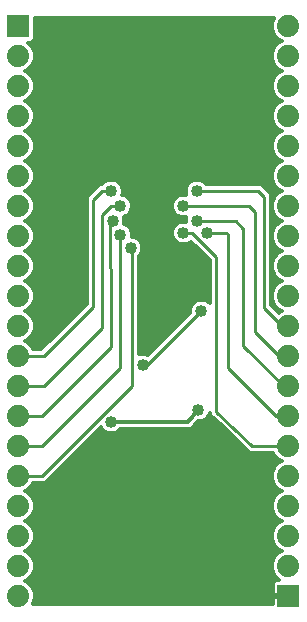
<source format=gbl>
G75*
%MOIN*%
%OFA0B0*%
%FSLAX24Y24*%
%IPPOS*%
%LPD*%
%AMOC8*
5,1,8,0,0,1.08239X$1,22.5*
%
%ADD10R,0.0740X0.0740*%
%ADD11C,0.0740*%
%ADD12C,0.0400*%
%ADD13C,0.0100*%
%ADD14C,0.0120*%
D10*
X016205Y007833D03*
X007205Y026833D03*
D11*
X007205Y007833D03*
X007205Y008833D03*
X007205Y009833D03*
X007205Y010833D03*
X007205Y011833D03*
X007205Y012833D03*
X007205Y013833D03*
X007205Y014833D03*
X007205Y015833D03*
X007205Y016833D03*
X007205Y017833D03*
X007205Y018833D03*
X007205Y019833D03*
X007205Y020833D03*
X007205Y021833D03*
X007205Y022833D03*
X007205Y023833D03*
X007205Y024833D03*
X007205Y025833D03*
X016205Y025833D03*
X016205Y026833D03*
X016205Y024833D03*
X016205Y023833D03*
X016205Y022833D03*
X016205Y021833D03*
X016205Y020833D03*
X016205Y019833D03*
X016205Y018833D03*
X016205Y017833D03*
X016205Y016833D03*
X016205Y015833D03*
X016205Y014833D03*
X016205Y013833D03*
X016205Y012833D03*
X016205Y011833D03*
X016205Y010833D03*
X016205Y009833D03*
X016205Y008833D03*
D12*
X013205Y014033D03*
X011355Y015533D03*
X010305Y013633D03*
X007905Y011333D03*
X013305Y017333D03*
X012955Y019383D03*
X012705Y019933D03*
X013155Y020333D03*
X012705Y020833D03*
X013155Y021333D03*
X013505Y019933D03*
X010955Y019433D03*
X010605Y019883D03*
X010355Y020333D03*
X010605Y020833D03*
X010305Y021333D03*
X009055Y018033D03*
D13*
X009705Y017483D02*
X008055Y015833D01*
X007205Y015833D01*
X007205Y014833D02*
X008055Y014833D01*
X010005Y016783D01*
X010005Y020533D01*
X010305Y020833D01*
X010605Y020833D01*
X010355Y020333D02*
X010255Y020233D01*
X010303Y017280D01*
X010303Y016131D01*
X008005Y013833D01*
X007205Y013833D01*
X007205Y012833D02*
X008005Y012833D01*
X010605Y015433D01*
X010605Y019883D01*
X010955Y019433D02*
X011005Y019383D01*
X011005Y014833D01*
X008005Y011833D01*
X007205Y011833D01*
X011355Y015533D02*
X011505Y015533D01*
X013305Y017333D01*
X014705Y016183D02*
X016055Y014833D01*
X016205Y014833D01*
X016205Y015833D02*
X015905Y015833D01*
X015105Y016633D01*
X015105Y020633D01*
X014905Y020833D01*
X012705Y020833D01*
X013155Y020333D02*
X014455Y020333D01*
X014705Y020083D01*
X014705Y016183D01*
X014205Y015433D02*
X015805Y013833D01*
X016205Y013833D01*
X016205Y012833D02*
X015005Y012833D01*
X013805Y013983D01*
X013805Y019133D01*
X013005Y019933D01*
X012705Y019933D01*
X013505Y019933D02*
X014155Y019933D01*
X014205Y019883D01*
X014205Y015433D01*
X016005Y016833D02*
X015405Y017433D01*
X015405Y021133D01*
X015205Y021333D01*
X013155Y021333D01*
X010305Y021333D02*
X010005Y021333D01*
X009705Y021033D01*
X009705Y017483D01*
X010303Y017280D02*
X010305Y017133D01*
X016005Y016833D02*
X016205Y016833D01*
D14*
X015975Y017333D02*
X015894Y017300D01*
X015879Y017285D01*
X015635Y017529D01*
X015635Y021229D01*
X015500Y021363D01*
X015300Y021563D01*
X013463Y021563D01*
X013370Y021655D01*
X013231Y021713D01*
X013080Y021713D01*
X012940Y021655D01*
X012833Y021549D01*
X012775Y021409D01*
X012775Y021258D01*
X012796Y021207D01*
X012781Y021213D01*
X012630Y021213D01*
X012490Y021155D01*
X012383Y021049D01*
X012325Y020909D01*
X012325Y020758D01*
X012383Y020618D01*
X012490Y020511D01*
X012630Y020453D01*
X012781Y020453D01*
X012796Y020460D01*
X012775Y020409D01*
X012775Y020313D01*
X012630Y020313D01*
X012490Y020255D01*
X012383Y020149D01*
X012325Y020009D01*
X012325Y019858D01*
X012383Y019718D01*
X012490Y019611D01*
X012630Y019553D01*
X012781Y019553D01*
X012920Y019611D01*
X012961Y019652D01*
X013575Y019038D01*
X013575Y017601D01*
X013520Y017655D01*
X013381Y017713D01*
X013230Y017713D01*
X013090Y017655D01*
X012983Y017549D01*
X012925Y017409D01*
X012925Y017279D01*
X011522Y015876D01*
X011431Y015913D01*
X011280Y015913D01*
X011235Y015895D01*
X011235Y019176D01*
X011277Y019218D01*
X011335Y019358D01*
X011335Y019509D01*
X011277Y019649D01*
X011170Y019755D01*
X011031Y019813D01*
X010985Y019813D01*
X010985Y019959D01*
X010927Y020099D01*
X010820Y020205D01*
X010729Y020243D01*
X010735Y020258D01*
X010735Y020409D01*
X010711Y020466D01*
X010820Y020511D01*
X010927Y020618D01*
X010985Y020758D01*
X010985Y020909D01*
X010927Y021049D01*
X010820Y021155D01*
X010681Y021213D01*
X010667Y021213D01*
X010685Y021258D01*
X010685Y021409D01*
X010627Y021549D01*
X010520Y021655D01*
X010381Y021713D01*
X010230Y021713D01*
X010090Y021655D01*
X009998Y021563D01*
X009910Y021563D01*
X009775Y021429D01*
X009475Y021129D01*
X009475Y017579D01*
X007960Y016063D01*
X007705Y016063D01*
X007671Y016145D01*
X007517Y016300D01*
X007435Y016333D01*
X007517Y016367D01*
X007671Y016522D01*
X007755Y016724D01*
X007755Y016943D01*
X007671Y017145D01*
X007517Y017300D01*
X007435Y017333D01*
X007517Y017367D01*
X007671Y017522D01*
X007755Y017724D01*
X007755Y017943D01*
X007671Y018145D01*
X007517Y018300D01*
X007435Y018333D01*
X007517Y018367D01*
X007671Y018522D01*
X007755Y018724D01*
X007755Y018943D01*
X007671Y019145D01*
X007517Y019300D01*
X007435Y019333D01*
X007517Y019367D01*
X007671Y019522D01*
X007755Y019724D01*
X007755Y019943D01*
X007671Y020145D01*
X007517Y020300D01*
X007435Y020333D01*
X007517Y020367D01*
X007671Y020522D01*
X007755Y020724D01*
X007755Y020943D01*
X007671Y021145D01*
X007517Y021300D01*
X007435Y021333D01*
X007517Y021367D01*
X007671Y021522D01*
X007755Y021724D01*
X007755Y021943D01*
X007671Y022145D01*
X007517Y022300D01*
X007435Y022333D01*
X007517Y022367D01*
X007671Y022522D01*
X007755Y022724D01*
X007755Y022943D01*
X007671Y023145D01*
X007517Y023300D01*
X007435Y023333D01*
X007517Y023367D01*
X007671Y023522D01*
X007755Y023724D01*
X007755Y023943D01*
X007671Y024145D01*
X007517Y024300D01*
X007435Y024333D01*
X007517Y024367D01*
X007671Y024522D01*
X007755Y024724D01*
X007755Y024943D01*
X007671Y025145D01*
X007517Y025300D01*
X007435Y025333D01*
X007517Y025367D01*
X007671Y025522D01*
X007755Y025724D01*
X007755Y025943D01*
X007671Y026145D01*
X007533Y026283D01*
X007650Y026283D01*
X007755Y026389D01*
X007755Y027103D01*
X015722Y027103D01*
X015655Y026943D01*
X015655Y026724D01*
X015739Y026522D01*
X015894Y026367D01*
X015975Y026333D01*
X015894Y026300D01*
X015739Y026145D01*
X015655Y025943D01*
X015655Y025724D01*
X015739Y025522D01*
X015894Y025367D01*
X015975Y025333D01*
X015894Y025300D01*
X015739Y025145D01*
X015655Y024943D01*
X015655Y024724D01*
X015739Y024522D01*
X015894Y024367D01*
X015975Y024333D01*
X015894Y024300D01*
X015739Y024145D01*
X015655Y023943D01*
X015655Y023724D01*
X015739Y023522D01*
X015894Y023367D01*
X015975Y023333D01*
X015894Y023300D01*
X015739Y023145D01*
X015655Y022943D01*
X015655Y022724D01*
X015739Y022522D01*
X015894Y022367D01*
X015975Y022333D01*
X015894Y022300D01*
X015739Y022145D01*
X015655Y021943D01*
X015655Y021724D01*
X015739Y021522D01*
X015894Y021367D01*
X015975Y021333D01*
X015894Y021300D01*
X015739Y021145D01*
X015655Y020943D01*
X015655Y020724D01*
X015739Y020522D01*
X015894Y020367D01*
X015975Y020333D01*
X015894Y020300D01*
X015739Y020145D01*
X015655Y019943D01*
X015655Y019724D01*
X015739Y019522D01*
X015894Y019367D01*
X015975Y019333D01*
X015894Y019300D01*
X015739Y019145D01*
X015655Y018943D01*
X015655Y018724D01*
X015739Y018522D01*
X015894Y018367D01*
X015975Y018333D01*
X015894Y018300D01*
X015739Y018145D01*
X015655Y017943D01*
X015655Y017724D01*
X015739Y017522D01*
X015894Y017367D01*
X015975Y017333D01*
X015881Y017287D02*
X015876Y017287D01*
X015855Y017406D02*
X015758Y017406D01*
X015738Y017524D02*
X015639Y017524D01*
X015635Y017643D02*
X015689Y017643D01*
X015655Y017761D02*
X015635Y017761D01*
X015635Y017880D02*
X015655Y017880D01*
X015635Y017998D02*
X015678Y017998D01*
X015635Y018117D02*
X015727Y018117D01*
X015635Y018235D02*
X015829Y018235D01*
X015925Y018354D02*
X015635Y018354D01*
X015635Y018472D02*
X015788Y018472D01*
X015710Y018591D02*
X015635Y018591D01*
X015635Y018709D02*
X015661Y018709D01*
X015655Y018828D02*
X015635Y018828D01*
X015635Y018946D02*
X015657Y018946D01*
X015635Y019065D02*
X015706Y019065D01*
X015635Y019183D02*
X015777Y019183D01*
X015899Y019302D02*
X015635Y019302D01*
X015635Y019420D02*
X015840Y019420D01*
X015732Y019539D02*
X015635Y019539D01*
X015635Y019657D02*
X015683Y019657D01*
X015655Y019776D02*
X015635Y019776D01*
X015635Y019894D02*
X015655Y019894D01*
X015635Y020013D02*
X015684Y020013D01*
X015635Y020131D02*
X015733Y020131D01*
X015635Y020250D02*
X015844Y020250D01*
X015892Y020368D02*
X015635Y020368D01*
X015635Y020487D02*
X015774Y020487D01*
X015704Y020605D02*
X015635Y020605D01*
X015635Y020724D02*
X015655Y020724D01*
X015655Y020842D02*
X015635Y020842D01*
X015635Y020961D02*
X015663Y020961D01*
X015635Y021079D02*
X015712Y021079D01*
X015635Y021198D02*
X015792Y021198D01*
X015934Y021316D02*
X015547Y021316D01*
X015429Y021435D02*
X015826Y021435D01*
X015726Y021553D02*
X015310Y021553D01*
X015677Y021672D02*
X013331Y021672D01*
X012979Y021672D02*
X010481Y021672D01*
X010623Y021553D02*
X012838Y021553D01*
X012786Y021435D02*
X010674Y021435D01*
X010685Y021316D02*
X012775Y021316D01*
X012592Y021198D02*
X010718Y021198D01*
X010897Y021079D02*
X012414Y021079D01*
X012347Y020961D02*
X010964Y020961D01*
X010985Y020842D02*
X012325Y020842D01*
X012339Y020724D02*
X010971Y020724D01*
X010915Y020605D02*
X012396Y020605D01*
X012549Y020487D02*
X010762Y020487D01*
X010735Y020368D02*
X012775Y020368D01*
X012484Y020250D02*
X010732Y020250D01*
X010895Y020131D02*
X012376Y020131D01*
X012327Y020013D02*
X010963Y020013D01*
X010985Y019894D02*
X012325Y019894D01*
X012359Y019776D02*
X011121Y019776D01*
X011269Y019657D02*
X012444Y019657D01*
X013074Y019539D02*
X011323Y019539D01*
X011335Y019420D02*
X013193Y019420D01*
X013311Y019302D02*
X011312Y019302D01*
X011243Y019183D02*
X013430Y019183D01*
X013548Y019065D02*
X011235Y019065D01*
X011235Y018946D02*
X013575Y018946D01*
X013575Y018828D02*
X011235Y018828D01*
X011235Y018709D02*
X013575Y018709D01*
X013575Y018591D02*
X011235Y018591D01*
X011235Y018472D02*
X013575Y018472D01*
X013575Y018354D02*
X011235Y018354D01*
X011235Y018235D02*
X013575Y018235D01*
X013575Y018117D02*
X011235Y018117D01*
X011235Y017998D02*
X013575Y017998D01*
X013575Y017880D02*
X011235Y017880D01*
X011235Y017761D02*
X013575Y017761D01*
X013575Y017643D02*
X013533Y017643D01*
X013077Y017643D02*
X011235Y017643D01*
X011235Y017524D02*
X012973Y017524D01*
X012925Y017406D02*
X011235Y017406D01*
X011235Y017287D02*
X012925Y017287D01*
X012815Y017169D02*
X011235Y017169D01*
X011235Y017050D02*
X012697Y017050D01*
X012578Y016932D02*
X011235Y016932D01*
X011235Y016813D02*
X012460Y016813D01*
X012341Y016695D02*
X011235Y016695D01*
X011235Y016576D02*
X012223Y016576D01*
X012104Y016458D02*
X011235Y016458D01*
X011235Y016339D02*
X011986Y016339D01*
X011867Y016221D02*
X011235Y016221D01*
X011235Y016102D02*
X011749Y016102D01*
X011630Y015984D02*
X011235Y015984D01*
X009421Y017524D02*
X007672Y017524D01*
X007722Y017643D02*
X009475Y017643D01*
X009475Y017761D02*
X007755Y017761D01*
X007755Y017880D02*
X009475Y017880D01*
X009475Y017998D02*
X007732Y017998D01*
X007683Y018117D02*
X009475Y018117D01*
X009475Y018235D02*
X007581Y018235D01*
X007485Y018354D02*
X009475Y018354D01*
X009475Y018472D02*
X007622Y018472D01*
X007700Y018591D02*
X009475Y018591D01*
X009475Y018709D02*
X007749Y018709D01*
X007755Y018828D02*
X009475Y018828D01*
X009475Y018946D02*
X007754Y018946D01*
X007705Y019065D02*
X009475Y019065D01*
X009475Y019183D02*
X007633Y019183D01*
X007511Y019302D02*
X009475Y019302D01*
X009475Y019420D02*
X007570Y019420D01*
X007678Y019539D02*
X009475Y019539D01*
X009475Y019657D02*
X007728Y019657D01*
X007755Y019776D02*
X009475Y019776D01*
X009475Y019894D02*
X007755Y019894D01*
X007726Y020013D02*
X009475Y020013D01*
X009475Y020131D02*
X007677Y020131D01*
X007566Y020250D02*
X009475Y020250D01*
X009475Y020368D02*
X007518Y020368D01*
X007636Y020487D02*
X009475Y020487D01*
X009475Y020605D02*
X007706Y020605D01*
X007755Y020724D02*
X009475Y020724D01*
X009475Y020842D02*
X007755Y020842D01*
X007748Y020961D02*
X009475Y020961D01*
X009475Y021079D02*
X007699Y021079D01*
X007618Y021198D02*
X009544Y021198D01*
X009663Y021316D02*
X007476Y021316D01*
X007584Y021435D02*
X009781Y021435D01*
X009900Y021553D02*
X007684Y021553D01*
X007734Y021672D02*
X010129Y021672D01*
X007755Y021790D02*
X015655Y021790D01*
X015655Y021909D02*
X007755Y021909D01*
X007720Y022027D02*
X015690Y022027D01*
X015740Y022146D02*
X007670Y022146D01*
X007552Y022264D02*
X015858Y022264D01*
X015878Y022383D02*
X007532Y022383D01*
X007651Y022501D02*
X015759Y022501D01*
X015698Y022620D02*
X007712Y022620D01*
X007755Y022738D02*
X015655Y022738D01*
X015655Y022857D02*
X007755Y022857D01*
X007742Y022975D02*
X015669Y022975D01*
X015718Y023094D02*
X007693Y023094D01*
X007604Y023212D02*
X015806Y023212D01*
X015969Y023331D02*
X007441Y023331D01*
X007599Y023449D02*
X015811Y023449D01*
X015720Y023568D02*
X007690Y023568D01*
X007740Y023686D02*
X015671Y023686D01*
X015655Y023805D02*
X007755Y023805D01*
X007755Y023923D02*
X015655Y023923D01*
X015696Y024042D02*
X007714Y024042D01*
X007656Y024160D02*
X015754Y024160D01*
X015873Y024279D02*
X007537Y024279D01*
X007547Y024397D02*
X015863Y024397D01*
X015745Y024516D02*
X007665Y024516D01*
X007718Y024634D02*
X015692Y024634D01*
X015655Y024753D02*
X007755Y024753D01*
X007755Y024871D02*
X015655Y024871D01*
X015675Y024990D02*
X007736Y024990D01*
X007687Y025108D02*
X015724Y025108D01*
X015821Y025227D02*
X007589Y025227D01*
X007464Y025345D02*
X015946Y025345D01*
X015797Y025464D02*
X007613Y025464D01*
X007696Y025582D02*
X015714Y025582D01*
X015665Y025701D02*
X007746Y025701D01*
X007755Y025819D02*
X015655Y025819D01*
X015655Y025938D02*
X007755Y025938D01*
X007708Y026056D02*
X015702Y026056D01*
X015769Y026175D02*
X007641Y026175D01*
X007660Y026293D02*
X015887Y026293D01*
X015849Y026412D02*
X007755Y026412D01*
X007755Y026530D02*
X015735Y026530D01*
X015686Y026649D02*
X007755Y026649D01*
X007755Y026767D02*
X015655Y026767D01*
X015655Y026886D02*
X007755Y026886D01*
X007755Y027004D02*
X015681Y027004D01*
X009302Y017406D02*
X007555Y017406D01*
X007529Y017287D02*
X009184Y017287D01*
X009065Y017169D02*
X007647Y017169D01*
X007711Y017050D02*
X008947Y017050D01*
X008828Y016932D02*
X007755Y016932D01*
X007755Y016813D02*
X008710Y016813D01*
X008591Y016695D02*
X007743Y016695D01*
X007694Y016576D02*
X008473Y016576D01*
X008354Y016458D02*
X007607Y016458D01*
X007450Y016339D02*
X008236Y016339D01*
X008117Y016221D02*
X007595Y016221D01*
X007689Y016102D02*
X007999Y016102D01*
X009963Y013466D02*
X009983Y013418D01*
X010090Y013311D01*
X010230Y013253D01*
X010381Y013253D01*
X010520Y013311D01*
X010603Y013393D01*
X012816Y013393D01*
X012823Y013391D01*
X012863Y013393D01*
X012903Y013393D01*
X012910Y013396D01*
X012919Y013397D01*
X012954Y013415D01*
X012991Y013430D01*
X012997Y013436D01*
X013004Y013439D01*
X013030Y013469D01*
X013059Y013497D01*
X013062Y013505D01*
X013192Y013653D01*
X013281Y013653D01*
X013420Y013711D01*
X013527Y013818D01*
X013575Y013934D01*
X013575Y013888D01*
X013577Y013886D01*
X013577Y013883D01*
X013644Y013819D01*
X013710Y013753D01*
X013713Y013753D01*
X014844Y012669D01*
X014910Y012603D01*
X014913Y012603D01*
X014915Y012601D01*
X015008Y012603D01*
X015705Y012603D01*
X015739Y012522D01*
X015894Y012367D01*
X015975Y012333D01*
X015894Y012300D01*
X015739Y012145D01*
X015655Y011943D01*
X015655Y011724D01*
X015739Y011522D01*
X015894Y011367D01*
X015975Y011333D01*
X015894Y011300D01*
X015739Y011145D01*
X015655Y010943D01*
X015655Y010724D01*
X015739Y010522D01*
X015894Y010367D01*
X015975Y010333D01*
X015894Y010300D01*
X015739Y010145D01*
X015655Y009943D01*
X015655Y009724D01*
X015739Y009522D01*
X015894Y009367D01*
X015975Y009333D01*
X015894Y009300D01*
X015739Y009145D01*
X015655Y008943D01*
X015655Y008724D01*
X015739Y008522D01*
X015894Y008367D01*
X015903Y008363D01*
X015814Y008363D01*
X015773Y008352D01*
X015737Y008331D01*
X015707Y008302D01*
X015686Y008265D01*
X015675Y008224D01*
X015675Y007873D01*
X016165Y007873D01*
X016165Y007793D01*
X015675Y007793D01*
X015675Y007563D01*
X007689Y007563D01*
X007755Y007724D01*
X007755Y007943D01*
X007671Y008145D01*
X007517Y008300D01*
X007435Y008333D01*
X007517Y008367D01*
X007671Y008522D01*
X007755Y008724D01*
X007755Y008943D01*
X007671Y009145D01*
X007517Y009300D01*
X007435Y009333D01*
X007517Y009367D01*
X007671Y009522D01*
X007755Y009724D01*
X007755Y009943D01*
X007671Y010145D01*
X007517Y010300D01*
X007435Y010333D01*
X007517Y010367D01*
X007671Y010522D01*
X007755Y010724D01*
X007755Y010943D01*
X007671Y011145D01*
X007517Y011300D01*
X007435Y011333D01*
X007517Y011367D01*
X007671Y011522D01*
X007705Y011603D01*
X008100Y011603D01*
X009963Y013466D01*
X010024Y013377D02*
X009874Y013377D01*
X009755Y013258D02*
X010217Y013258D01*
X010393Y013258D02*
X014229Y013258D01*
X014353Y013140D02*
X009637Y013140D01*
X009518Y013021D02*
X014477Y013021D01*
X014600Y012903D02*
X009400Y012903D01*
X009281Y012784D02*
X014724Y012784D01*
X014847Y012666D02*
X009163Y012666D01*
X009044Y012547D02*
X015728Y012547D01*
X015832Y012429D02*
X008926Y012429D01*
X008807Y012310D02*
X015920Y012310D01*
X015786Y012192D02*
X008689Y012192D01*
X008570Y012073D02*
X015709Y012073D01*
X015660Y011955D02*
X008452Y011955D01*
X008333Y011836D02*
X015655Y011836D01*
X015658Y011718D02*
X008215Y011718D01*
X007704Y011599D02*
X015707Y011599D01*
X015780Y011481D02*
X007630Y011481D01*
X007505Y011362D02*
X015905Y011362D01*
X015838Y011244D02*
X007572Y011244D01*
X007679Y011125D02*
X015731Y011125D01*
X015682Y011007D02*
X007729Y011007D01*
X007755Y010888D02*
X015655Y010888D01*
X015655Y010770D02*
X007755Y010770D01*
X007725Y010651D02*
X015685Y010651D01*
X015734Y010533D02*
X007676Y010533D01*
X007564Y010414D02*
X015846Y010414D01*
X015890Y010296D02*
X007520Y010296D01*
X007639Y010177D02*
X015771Y010177D01*
X015703Y010059D02*
X007707Y010059D01*
X007755Y009940D02*
X015655Y009940D01*
X015655Y009822D02*
X007755Y009822D01*
X007747Y009703D02*
X015664Y009703D01*
X015713Y009585D02*
X007698Y009585D01*
X007616Y009466D02*
X015794Y009466D01*
X015940Y009348D02*
X007470Y009348D01*
X007587Y009229D02*
X015823Y009229D01*
X015725Y009111D02*
X007686Y009111D01*
X007735Y008992D02*
X015676Y008992D01*
X015655Y008874D02*
X007755Y008874D01*
X007755Y008755D02*
X015655Y008755D01*
X015691Y008637D02*
X007719Y008637D01*
X007668Y008518D02*
X015742Y008518D01*
X015861Y008400D02*
X007549Y008400D01*
X007535Y008281D02*
X015695Y008281D01*
X015675Y008163D02*
X007653Y008163D01*
X007713Y008044D02*
X015675Y008044D01*
X015675Y007926D02*
X007755Y007926D01*
X007755Y007807D02*
X016165Y007807D01*
X015675Y007689D02*
X007741Y007689D01*
X007692Y007570D02*
X015675Y007570D01*
X014106Y013377D02*
X010586Y013377D01*
X010305Y013633D02*
X012855Y013633D01*
X013205Y014033D01*
X013541Y013851D02*
X013611Y013851D01*
X013735Y013732D02*
X013442Y013732D01*
X013157Y013614D02*
X013858Y013614D01*
X013982Y013495D02*
X013057Y013495D01*
M02*

</source>
